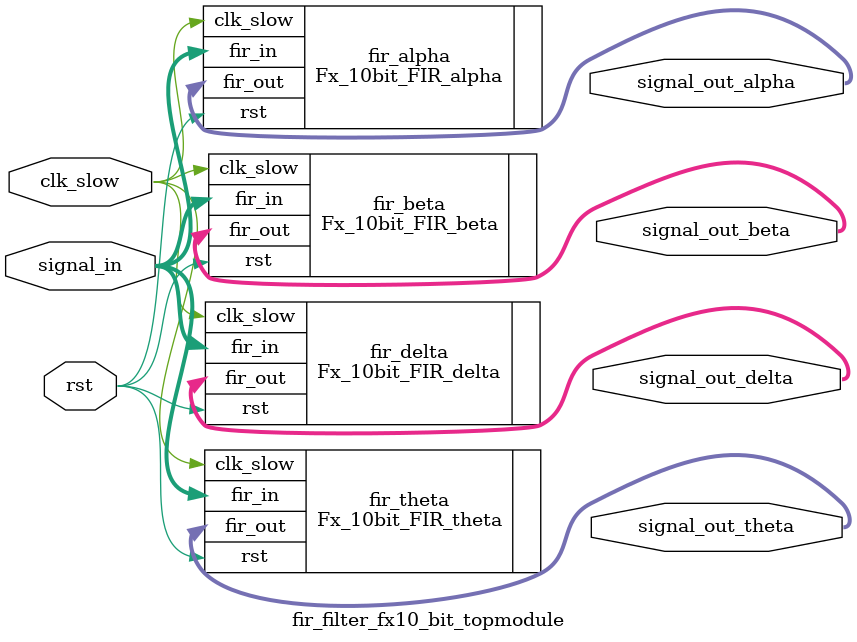
<source format=v>
`timescale 1 us/ 1 ns
module fir_filter_fx10_bit_topmodule (
						input wire [9:0] signal_in,  
						input wire clk_slow, rst,
						output wire [9:0] signal_out_delta, signal_out_theta, signal_out_alpha, signal_out_beta
						);

	Fx_10bit_FIR_delta fir_delta (.clk_slow(clk_slow), .rst(rst), .fir_in(signal_in), .fir_out(signal_out_delta));
	
	Fx_10bit_FIR_theta fir_theta (.clk_slow(clk_slow), .rst(rst), .fir_in(signal_in), .fir_out(signal_out_theta));
	
	Fx_10bit_FIR_alpha fir_alpha (.clk_slow(clk_slow), .rst(rst), .fir_in(signal_in), .fir_out(signal_out_alpha));
	
	Fx_10bit_FIR_beta fir_beta (.clk_slow(clk_slow), .rst(rst), .fir_in(signal_in), .fir_out(signal_out_beta));
											
endmodule
						
</source>
